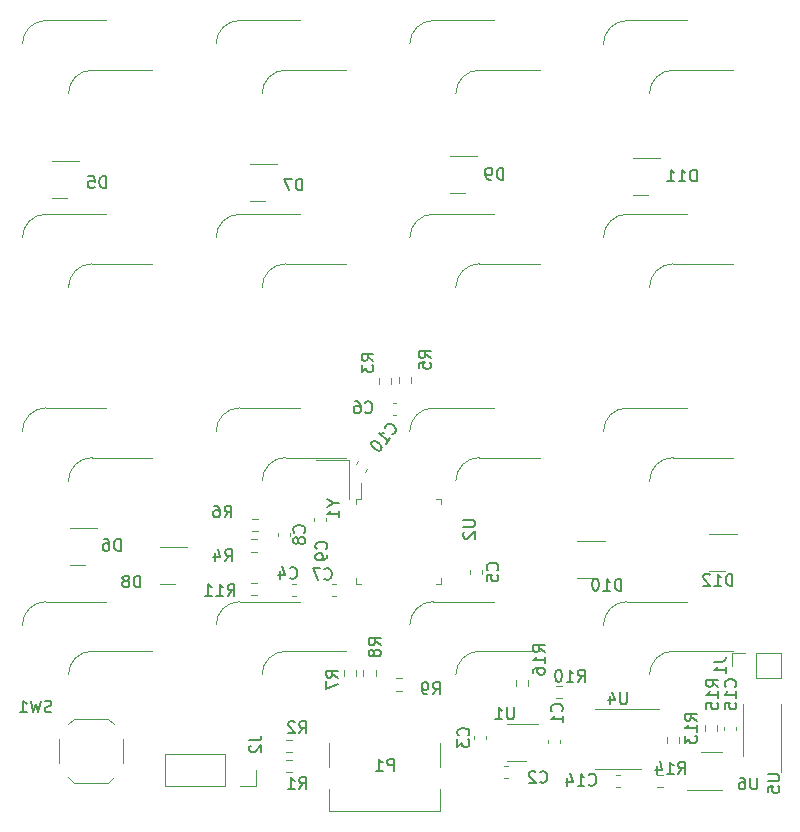
<source format=gbr>
%TF.GenerationSoftware,KiCad,Pcbnew,7.0.8*%
%TF.CreationDate,2023-10-13T15:36:57+03:00*%
%TF.ProjectId,4x4_switch,3478345f-7377-4697-9463-682e6b696361,rev?*%
%TF.SameCoordinates,Original*%
%TF.FileFunction,Legend,Bot*%
%TF.FilePolarity,Positive*%
%FSLAX46Y46*%
G04 Gerber Fmt 4.6, Leading zero omitted, Abs format (unit mm)*
G04 Created by KiCad (PCBNEW 7.0.8) date 2023-10-13 15:36:57*
%MOMM*%
%LPD*%
G01*
G04 APERTURE LIST*
%ADD10C,0.150000*%
%ADD11C,0.120000*%
G04 APERTURE END LIST*
D10*
X176075942Y-75419068D02*
X176409275Y-74942877D01*
X176647370Y-75419068D02*
X176647370Y-74419068D01*
X176647370Y-74419068D02*
X176266418Y-74419068D01*
X176266418Y-74419068D02*
X176171180Y-74466687D01*
X176171180Y-74466687D02*
X176123561Y-74514306D01*
X176123561Y-74514306D02*
X176075942Y-74609544D01*
X176075942Y-74609544D02*
X176075942Y-74752401D01*
X176075942Y-74752401D02*
X176123561Y-74847639D01*
X176123561Y-74847639D02*
X176171180Y-74895258D01*
X176171180Y-74895258D02*
X176266418Y-74942877D01*
X176266418Y-74942877D02*
X176647370Y-74942877D01*
X175123561Y-75419068D02*
X175694989Y-75419068D01*
X175409275Y-75419068D02*
X175409275Y-74419068D01*
X175409275Y-74419068D02*
X175504513Y-74561925D01*
X175504513Y-74561925D02*
X175599751Y-74657163D01*
X175599751Y-74657163D02*
X175694989Y-74704782D01*
X174171180Y-75419068D02*
X174742608Y-75419068D01*
X174456894Y-75419068D02*
X174456894Y-74419068D01*
X174456894Y-74419068D02*
X174552132Y-74561925D01*
X174552132Y-74561925D02*
X174647370Y-74657163D01*
X174647370Y-74657163D02*
X174742608Y-74704782D01*
X161163616Y-85227861D02*
X161020759Y-85275480D01*
X161020759Y-85275480D02*
X160782664Y-85275480D01*
X160782664Y-85275480D02*
X160687426Y-85227861D01*
X160687426Y-85227861D02*
X160639807Y-85180241D01*
X160639807Y-85180241D02*
X160592188Y-85085003D01*
X160592188Y-85085003D02*
X160592188Y-84989765D01*
X160592188Y-84989765D02*
X160639807Y-84894527D01*
X160639807Y-84894527D02*
X160687426Y-84846908D01*
X160687426Y-84846908D02*
X160782664Y-84799289D01*
X160782664Y-84799289D02*
X160973140Y-84751670D01*
X160973140Y-84751670D02*
X161068378Y-84704051D01*
X161068378Y-84704051D02*
X161115997Y-84656432D01*
X161115997Y-84656432D02*
X161163616Y-84561194D01*
X161163616Y-84561194D02*
X161163616Y-84465956D01*
X161163616Y-84465956D02*
X161115997Y-84370718D01*
X161115997Y-84370718D02*
X161068378Y-84323099D01*
X161068378Y-84323099D02*
X160973140Y-84275480D01*
X160973140Y-84275480D02*
X160735045Y-84275480D01*
X160735045Y-84275480D02*
X160592188Y-84323099D01*
X160258854Y-84275480D02*
X160020759Y-85275480D01*
X160020759Y-85275480D02*
X159830283Y-84561194D01*
X159830283Y-84561194D02*
X159639807Y-85275480D01*
X159639807Y-85275480D02*
X159401712Y-84275480D01*
X158496950Y-85275480D02*
X159068378Y-85275480D01*
X158782664Y-85275480D02*
X158782664Y-84275480D01*
X158782664Y-84275480D02*
X158877902Y-84418337D01*
X158877902Y-84418337D02*
X158973140Y-84513575D01*
X158973140Y-84513575D02*
X159068378Y-84561194D01*
X217248441Y-80978693D02*
X217962726Y-80978693D01*
X217962726Y-80978693D02*
X218105583Y-80931074D01*
X218105583Y-80931074D02*
X218200822Y-80835836D01*
X218200822Y-80835836D02*
X218248441Y-80692979D01*
X218248441Y-80692979D02*
X218248441Y-80597741D01*
X218248441Y-81978693D02*
X218248441Y-81407265D01*
X218248441Y-81692979D02*
X217248441Y-81692979D01*
X217248441Y-81692979D02*
X217391298Y-81597741D01*
X217391298Y-81597741D02*
X217486536Y-81502503D01*
X217486536Y-81502503D02*
X217534155Y-81407265D01*
X205727589Y-82677044D02*
X206060922Y-82200853D01*
X206299017Y-82677044D02*
X206299017Y-81677044D01*
X206299017Y-81677044D02*
X205918065Y-81677044D01*
X205918065Y-81677044D02*
X205822827Y-81724663D01*
X205822827Y-81724663D02*
X205775208Y-81772282D01*
X205775208Y-81772282D02*
X205727589Y-81867520D01*
X205727589Y-81867520D02*
X205727589Y-82010377D01*
X205727589Y-82010377D02*
X205775208Y-82105615D01*
X205775208Y-82105615D02*
X205822827Y-82153234D01*
X205822827Y-82153234D02*
X205918065Y-82200853D01*
X205918065Y-82200853D02*
X206299017Y-82200853D01*
X204775208Y-82677044D02*
X205346636Y-82677044D01*
X205060922Y-82677044D02*
X205060922Y-81677044D01*
X205060922Y-81677044D02*
X205156160Y-81819901D01*
X205156160Y-81819901D02*
X205251398Y-81915139D01*
X205251398Y-81915139D02*
X205346636Y-81962758D01*
X204156160Y-81677044D02*
X204060922Y-81677044D01*
X204060922Y-81677044D02*
X203965684Y-81724663D01*
X203965684Y-81724663D02*
X203918065Y-81772282D01*
X203918065Y-81772282D02*
X203870446Y-81867520D01*
X203870446Y-81867520D02*
X203822827Y-82057996D01*
X203822827Y-82057996D02*
X203822827Y-82296091D01*
X203822827Y-82296091D02*
X203870446Y-82486567D01*
X203870446Y-82486567D02*
X203918065Y-82581805D01*
X203918065Y-82581805D02*
X203965684Y-82629425D01*
X203965684Y-82629425D02*
X204060922Y-82677044D01*
X204060922Y-82677044D02*
X204156160Y-82677044D01*
X204156160Y-82677044D02*
X204251398Y-82629425D01*
X204251398Y-82629425D02*
X204299017Y-82581805D01*
X204299017Y-82581805D02*
X204346636Y-82486567D01*
X204346636Y-82486567D02*
X204394255Y-82296091D01*
X204394255Y-82296091D02*
X204394255Y-82057996D01*
X204394255Y-82057996D02*
X204346636Y-81867520D01*
X204346636Y-81867520D02*
X204299017Y-81772282D01*
X204299017Y-81772282D02*
X204251398Y-81724663D01*
X204251398Y-81724663D02*
X204156160Y-81677044D01*
X220916709Y-90800266D02*
X220916709Y-91609789D01*
X220916709Y-91609789D02*
X220869090Y-91705027D01*
X220869090Y-91705027D02*
X220821471Y-91752647D01*
X220821471Y-91752647D02*
X220726233Y-91800266D01*
X220726233Y-91800266D02*
X220535757Y-91800266D01*
X220535757Y-91800266D02*
X220440519Y-91752647D01*
X220440519Y-91752647D02*
X220392900Y-91705027D01*
X220392900Y-91705027D02*
X220345281Y-91609789D01*
X220345281Y-91609789D02*
X220345281Y-90800266D01*
X219440519Y-90800266D02*
X219630995Y-90800266D01*
X219630995Y-90800266D02*
X219726233Y-90847885D01*
X219726233Y-90847885D02*
X219773852Y-90895504D01*
X219773852Y-90895504D02*
X219869090Y-91038361D01*
X219869090Y-91038361D02*
X219916709Y-91228837D01*
X219916709Y-91228837D02*
X219916709Y-91609789D01*
X219916709Y-91609789D02*
X219869090Y-91705027D01*
X219869090Y-91705027D02*
X219821471Y-91752647D01*
X219821471Y-91752647D02*
X219726233Y-91800266D01*
X219726233Y-91800266D02*
X219535757Y-91800266D01*
X219535757Y-91800266D02*
X219440519Y-91752647D01*
X219440519Y-91752647D02*
X219392900Y-91705027D01*
X219392900Y-91705027D02*
X219345281Y-91609789D01*
X219345281Y-91609789D02*
X219345281Y-91371694D01*
X219345281Y-91371694D02*
X219392900Y-91276456D01*
X219392900Y-91276456D02*
X219440519Y-91228837D01*
X219440519Y-91228837D02*
X219535757Y-91181218D01*
X219535757Y-91181218D02*
X219726233Y-91181218D01*
X219726233Y-91181218D02*
X219821471Y-91228837D01*
X219821471Y-91228837D02*
X219869090Y-91276456D01*
X219869090Y-91276456D02*
X219916709Y-91371694D01*
X221793152Y-90533153D02*
X222602675Y-90533153D01*
X222602675Y-90533153D02*
X222697913Y-90580772D01*
X222697913Y-90580772D02*
X222745533Y-90628391D01*
X222745533Y-90628391D02*
X222793152Y-90723629D01*
X222793152Y-90723629D02*
X222793152Y-90914105D01*
X222793152Y-90914105D02*
X222745533Y-91009343D01*
X222745533Y-91009343D02*
X222697913Y-91056962D01*
X222697913Y-91056962D02*
X222602675Y-91104581D01*
X222602675Y-91104581D02*
X221793152Y-91104581D01*
X221793152Y-92056962D02*
X221793152Y-91580772D01*
X221793152Y-91580772D02*
X222269342Y-91533153D01*
X222269342Y-91533153D02*
X222221723Y-91580772D01*
X222221723Y-91580772D02*
X222174104Y-91676010D01*
X222174104Y-91676010D02*
X222174104Y-91914105D01*
X222174104Y-91914105D02*
X222221723Y-92009343D01*
X222221723Y-92009343D02*
X222269342Y-92056962D01*
X222269342Y-92056962D02*
X222364580Y-92104581D01*
X222364580Y-92104581D02*
X222602675Y-92104581D01*
X222602675Y-92104581D02*
X222697913Y-92056962D01*
X222697913Y-92056962D02*
X222745533Y-92009343D01*
X222745533Y-92009343D02*
X222793152Y-91914105D01*
X222793152Y-91914105D02*
X222793152Y-91676010D01*
X222793152Y-91676010D02*
X222745533Y-91580772D01*
X222745533Y-91580772D02*
X222697913Y-91533153D01*
X209894121Y-83590588D02*
X209894121Y-84400111D01*
X209894121Y-84400111D02*
X209846502Y-84495349D01*
X209846502Y-84495349D02*
X209798883Y-84542969D01*
X209798883Y-84542969D02*
X209703645Y-84590588D01*
X209703645Y-84590588D02*
X209513169Y-84590588D01*
X209513169Y-84590588D02*
X209417931Y-84542969D01*
X209417931Y-84542969D02*
X209370312Y-84495349D01*
X209370312Y-84495349D02*
X209322693Y-84400111D01*
X209322693Y-84400111D02*
X209322693Y-83590588D01*
X208417931Y-83923921D02*
X208417931Y-84590588D01*
X208656026Y-83542969D02*
X208894121Y-84257254D01*
X208894121Y-84257254D02*
X208275074Y-84257254D01*
X202927379Y-80171696D02*
X202451188Y-79838363D01*
X202927379Y-79600268D02*
X201927379Y-79600268D01*
X201927379Y-79600268D02*
X201927379Y-79981220D01*
X201927379Y-79981220D02*
X201974998Y-80076458D01*
X201974998Y-80076458D02*
X202022617Y-80124077D01*
X202022617Y-80124077D02*
X202117855Y-80171696D01*
X202117855Y-80171696D02*
X202260712Y-80171696D01*
X202260712Y-80171696D02*
X202355950Y-80124077D01*
X202355950Y-80124077D02*
X202403569Y-80076458D01*
X202403569Y-80076458D02*
X202451188Y-79981220D01*
X202451188Y-79981220D02*
X202451188Y-79600268D01*
X202927379Y-81124077D02*
X202927379Y-80552649D01*
X202927379Y-80838363D02*
X201927379Y-80838363D01*
X201927379Y-80838363D02*
X202070236Y-80743125D01*
X202070236Y-80743125D02*
X202165474Y-80647887D01*
X202165474Y-80647887D02*
X202213093Y-80552649D01*
X201927379Y-81981220D02*
X201927379Y-81790744D01*
X201927379Y-81790744D02*
X201974998Y-81695506D01*
X201974998Y-81695506D02*
X202022617Y-81647887D01*
X202022617Y-81647887D02*
X202165474Y-81552649D01*
X202165474Y-81552649D02*
X202355950Y-81505030D01*
X202355950Y-81505030D02*
X202736902Y-81505030D01*
X202736902Y-81505030D02*
X202832140Y-81552649D01*
X202832140Y-81552649D02*
X202879760Y-81600268D01*
X202879760Y-81600268D02*
X202927379Y-81695506D01*
X202927379Y-81695506D02*
X202927379Y-81885982D01*
X202927379Y-81885982D02*
X202879760Y-81981220D01*
X202879760Y-81981220D02*
X202832140Y-82028839D01*
X202832140Y-82028839D02*
X202736902Y-82076458D01*
X202736902Y-82076458D02*
X202498807Y-82076458D01*
X202498807Y-82076458D02*
X202403569Y-82028839D01*
X202403569Y-82028839D02*
X202355950Y-81981220D01*
X202355950Y-81981220D02*
X202308331Y-81885982D01*
X202308331Y-81885982D02*
X202308331Y-81695506D01*
X202308331Y-81695506D02*
X202355950Y-81600268D01*
X202355950Y-81600268D02*
X202403569Y-81552649D01*
X202403569Y-81552649D02*
X202498807Y-81505030D01*
X217621549Y-83123289D02*
X217145358Y-82789956D01*
X217621549Y-82551861D02*
X216621549Y-82551861D01*
X216621549Y-82551861D02*
X216621549Y-82932813D01*
X216621549Y-82932813D02*
X216669168Y-83028051D01*
X216669168Y-83028051D02*
X216716787Y-83075670D01*
X216716787Y-83075670D02*
X216812025Y-83123289D01*
X216812025Y-83123289D02*
X216954882Y-83123289D01*
X216954882Y-83123289D02*
X217050120Y-83075670D01*
X217050120Y-83075670D02*
X217097739Y-83028051D01*
X217097739Y-83028051D02*
X217145358Y-82932813D01*
X217145358Y-82932813D02*
X217145358Y-82551861D01*
X217621549Y-84075670D02*
X217621549Y-83504242D01*
X217621549Y-83789956D02*
X216621549Y-83789956D01*
X216621549Y-83789956D02*
X216764406Y-83694718D01*
X216764406Y-83694718D02*
X216859644Y-83599480D01*
X216859644Y-83599480D02*
X216907263Y-83504242D01*
X216621549Y-84980432D02*
X216621549Y-84504242D01*
X216621549Y-84504242D02*
X217097739Y-84456623D01*
X217097739Y-84456623D02*
X217050120Y-84504242D01*
X217050120Y-84504242D02*
X217002501Y-84599480D01*
X217002501Y-84599480D02*
X217002501Y-84837575D01*
X217002501Y-84837575D02*
X217050120Y-84932813D01*
X217050120Y-84932813D02*
X217097739Y-84980432D01*
X217097739Y-84980432D02*
X217192977Y-85028051D01*
X217192977Y-85028051D02*
X217431072Y-85028051D01*
X217431072Y-85028051D02*
X217526310Y-84980432D01*
X217526310Y-84980432D02*
X217573930Y-84932813D01*
X217573930Y-84932813D02*
X217621549Y-84837575D01*
X217621549Y-84837575D02*
X217621549Y-84599480D01*
X217621549Y-84599480D02*
X217573930Y-84504242D01*
X217573930Y-84504242D02*
X217526310Y-84456623D01*
X214227797Y-90472925D02*
X214561130Y-89996734D01*
X214799225Y-90472925D02*
X214799225Y-89472925D01*
X214799225Y-89472925D02*
X214418273Y-89472925D01*
X214418273Y-89472925D02*
X214323035Y-89520544D01*
X214323035Y-89520544D02*
X214275416Y-89568163D01*
X214275416Y-89568163D02*
X214227797Y-89663401D01*
X214227797Y-89663401D02*
X214227797Y-89806258D01*
X214227797Y-89806258D02*
X214275416Y-89901496D01*
X214275416Y-89901496D02*
X214323035Y-89949115D01*
X214323035Y-89949115D02*
X214418273Y-89996734D01*
X214418273Y-89996734D02*
X214799225Y-89996734D01*
X213275416Y-90472925D02*
X213846844Y-90472925D01*
X213561130Y-90472925D02*
X213561130Y-89472925D01*
X213561130Y-89472925D02*
X213656368Y-89615782D01*
X213656368Y-89615782D02*
X213751606Y-89711020D01*
X213751606Y-89711020D02*
X213846844Y-89758639D01*
X212418273Y-89806258D02*
X212418273Y-90472925D01*
X212656368Y-89425306D02*
X212894463Y-90139591D01*
X212894463Y-90139591D02*
X212275416Y-90139591D01*
X215787386Y-85975313D02*
X215311195Y-85641980D01*
X215787386Y-85403885D02*
X214787386Y-85403885D01*
X214787386Y-85403885D02*
X214787386Y-85784837D01*
X214787386Y-85784837D02*
X214835005Y-85880075D01*
X214835005Y-85880075D02*
X214882624Y-85927694D01*
X214882624Y-85927694D02*
X214977862Y-85975313D01*
X214977862Y-85975313D02*
X215120719Y-85975313D01*
X215120719Y-85975313D02*
X215215957Y-85927694D01*
X215215957Y-85927694D02*
X215263576Y-85880075D01*
X215263576Y-85880075D02*
X215311195Y-85784837D01*
X215311195Y-85784837D02*
X215311195Y-85403885D01*
X215787386Y-86927694D02*
X215787386Y-86356266D01*
X215787386Y-86641980D02*
X214787386Y-86641980D01*
X214787386Y-86641980D02*
X214930243Y-86546742D01*
X214930243Y-86546742D02*
X215025481Y-86451504D01*
X215025481Y-86451504D02*
X215073100Y-86356266D01*
X214787386Y-87261028D02*
X214787386Y-87880075D01*
X214787386Y-87880075D02*
X215168338Y-87546742D01*
X215168338Y-87546742D02*
X215168338Y-87689599D01*
X215168338Y-87689599D02*
X215215957Y-87784837D01*
X215215957Y-87784837D02*
X215263576Y-87832456D01*
X215263576Y-87832456D02*
X215358814Y-87880075D01*
X215358814Y-87880075D02*
X215596909Y-87880075D01*
X215596909Y-87880075D02*
X215692147Y-87832456D01*
X215692147Y-87832456D02*
X215739767Y-87784837D01*
X215739767Y-87784837D02*
X215787386Y-87689599D01*
X215787386Y-87689599D02*
X215787386Y-87403885D01*
X215787386Y-87403885D02*
X215739767Y-87308647D01*
X215739767Y-87308647D02*
X215692147Y-87261028D01*
X219068217Y-83113211D02*
X219115837Y-83065592D01*
X219115837Y-83065592D02*
X219163456Y-82922735D01*
X219163456Y-82922735D02*
X219163456Y-82827497D01*
X219163456Y-82827497D02*
X219115837Y-82684640D01*
X219115837Y-82684640D02*
X219020598Y-82589402D01*
X219020598Y-82589402D02*
X218925360Y-82541783D01*
X218925360Y-82541783D02*
X218734884Y-82494164D01*
X218734884Y-82494164D02*
X218592027Y-82494164D01*
X218592027Y-82494164D02*
X218401551Y-82541783D01*
X218401551Y-82541783D02*
X218306313Y-82589402D01*
X218306313Y-82589402D02*
X218211075Y-82684640D01*
X218211075Y-82684640D02*
X218163456Y-82827497D01*
X218163456Y-82827497D02*
X218163456Y-82922735D01*
X218163456Y-82922735D02*
X218211075Y-83065592D01*
X218211075Y-83065592D02*
X218258694Y-83113211D01*
X219163456Y-84065592D02*
X219163456Y-83494164D01*
X219163456Y-83779878D02*
X218163456Y-83779878D01*
X218163456Y-83779878D02*
X218306313Y-83684640D01*
X218306313Y-83684640D02*
X218401551Y-83589402D01*
X218401551Y-83589402D02*
X218449170Y-83494164D01*
X218163456Y-84970354D02*
X218163456Y-84494164D01*
X218163456Y-84494164D02*
X218639646Y-84446545D01*
X218639646Y-84446545D02*
X218592027Y-84494164D01*
X218592027Y-84494164D02*
X218544408Y-84589402D01*
X218544408Y-84589402D02*
X218544408Y-84827497D01*
X218544408Y-84827497D02*
X218592027Y-84922735D01*
X218592027Y-84922735D02*
X218639646Y-84970354D01*
X218639646Y-84970354D02*
X218734884Y-85017973D01*
X218734884Y-85017973D02*
X218972979Y-85017973D01*
X218972979Y-85017973D02*
X219068217Y-84970354D01*
X219068217Y-84970354D02*
X219115837Y-84922735D01*
X219115837Y-84922735D02*
X219163456Y-84827497D01*
X219163456Y-84827497D02*
X219163456Y-84589402D01*
X219163456Y-84589402D02*
X219115837Y-84494164D01*
X219115837Y-84494164D02*
X219068217Y-84446545D01*
X206661961Y-91382537D02*
X206709580Y-91430157D01*
X206709580Y-91430157D02*
X206852437Y-91477776D01*
X206852437Y-91477776D02*
X206947675Y-91477776D01*
X206947675Y-91477776D02*
X207090532Y-91430157D01*
X207090532Y-91430157D02*
X207185770Y-91334918D01*
X207185770Y-91334918D02*
X207233389Y-91239680D01*
X207233389Y-91239680D02*
X207281008Y-91049204D01*
X207281008Y-91049204D02*
X207281008Y-90906347D01*
X207281008Y-90906347D02*
X207233389Y-90715871D01*
X207233389Y-90715871D02*
X207185770Y-90620633D01*
X207185770Y-90620633D02*
X207090532Y-90525395D01*
X207090532Y-90525395D02*
X206947675Y-90477776D01*
X206947675Y-90477776D02*
X206852437Y-90477776D01*
X206852437Y-90477776D02*
X206709580Y-90525395D01*
X206709580Y-90525395D02*
X206661961Y-90573014D01*
X205709580Y-91477776D02*
X206281008Y-91477776D01*
X205995294Y-91477776D02*
X205995294Y-90477776D01*
X205995294Y-90477776D02*
X206090532Y-90620633D01*
X206090532Y-90620633D02*
X206185770Y-90715871D01*
X206185770Y-90715871D02*
X206281008Y-90763490D01*
X204852437Y-90811109D02*
X204852437Y-91477776D01*
X205090532Y-90430157D02*
X205328627Y-91144442D01*
X205328627Y-91144442D02*
X204709580Y-91144442D01*
X193451146Y-83735647D02*
X193784479Y-83259456D01*
X194022574Y-83735647D02*
X194022574Y-82735647D01*
X194022574Y-82735647D02*
X193641622Y-82735647D01*
X193641622Y-82735647D02*
X193546384Y-82783266D01*
X193546384Y-82783266D02*
X193498765Y-82830885D01*
X193498765Y-82830885D02*
X193451146Y-82926123D01*
X193451146Y-82926123D02*
X193451146Y-83068980D01*
X193451146Y-83068980D02*
X193498765Y-83164218D01*
X193498765Y-83164218D02*
X193546384Y-83211837D01*
X193546384Y-83211837D02*
X193641622Y-83259456D01*
X193641622Y-83259456D02*
X194022574Y-83259456D01*
X192974955Y-83735647D02*
X192784479Y-83735647D01*
X192784479Y-83735647D02*
X192689241Y-83688028D01*
X192689241Y-83688028D02*
X192641622Y-83640408D01*
X192641622Y-83640408D02*
X192546384Y-83497551D01*
X192546384Y-83497551D02*
X192498765Y-83307075D01*
X192498765Y-83307075D02*
X192498765Y-82926123D01*
X192498765Y-82926123D02*
X192546384Y-82830885D01*
X192546384Y-82830885D02*
X192594003Y-82783266D01*
X192594003Y-82783266D02*
X192689241Y-82735647D01*
X192689241Y-82735647D02*
X192879717Y-82735647D01*
X192879717Y-82735647D02*
X192974955Y-82783266D01*
X192974955Y-82783266D02*
X193022574Y-82830885D01*
X193022574Y-82830885D02*
X193070193Y-82926123D01*
X193070193Y-82926123D02*
X193070193Y-83164218D01*
X193070193Y-83164218D02*
X193022574Y-83259456D01*
X193022574Y-83259456D02*
X192974955Y-83307075D01*
X192974955Y-83307075D02*
X192879717Y-83354694D01*
X192879717Y-83354694D02*
X192689241Y-83354694D01*
X192689241Y-83354694D02*
X192594003Y-83307075D01*
X192594003Y-83307075D02*
X192546384Y-83259456D01*
X192546384Y-83259456D02*
X192498765Y-83164218D01*
X177930022Y-87659665D02*
X178644307Y-87659665D01*
X178644307Y-87659665D02*
X178787164Y-87612046D01*
X178787164Y-87612046D02*
X178882403Y-87516808D01*
X178882403Y-87516808D02*
X178930022Y-87373951D01*
X178930022Y-87373951D02*
X178930022Y-87278713D01*
X178025260Y-88088237D02*
X177977641Y-88135856D01*
X177977641Y-88135856D02*
X177930022Y-88231094D01*
X177930022Y-88231094D02*
X177930022Y-88469189D01*
X177930022Y-88469189D02*
X177977641Y-88564427D01*
X177977641Y-88564427D02*
X178025260Y-88612046D01*
X178025260Y-88612046D02*
X178120498Y-88659665D01*
X178120498Y-88659665D02*
X178215736Y-88659665D01*
X178215736Y-88659665D02*
X178358593Y-88612046D01*
X178358593Y-88612046D02*
X178930022Y-88040618D01*
X178930022Y-88040618D02*
X178930022Y-88659665D01*
X189035403Y-79588118D02*
X188559212Y-79254785D01*
X189035403Y-79016690D02*
X188035403Y-79016690D01*
X188035403Y-79016690D02*
X188035403Y-79397642D01*
X188035403Y-79397642D02*
X188083022Y-79492880D01*
X188083022Y-79492880D02*
X188130641Y-79540499D01*
X188130641Y-79540499D02*
X188225879Y-79588118D01*
X188225879Y-79588118D02*
X188368736Y-79588118D01*
X188368736Y-79588118D02*
X188463974Y-79540499D01*
X188463974Y-79540499D02*
X188511593Y-79492880D01*
X188511593Y-79492880D02*
X188559212Y-79397642D01*
X188559212Y-79397642D02*
X188559212Y-79016690D01*
X188463974Y-80159547D02*
X188416355Y-80064309D01*
X188416355Y-80064309D02*
X188368736Y-80016690D01*
X188368736Y-80016690D02*
X188273498Y-79969071D01*
X188273498Y-79969071D02*
X188225879Y-79969071D01*
X188225879Y-79969071D02*
X188130641Y-80016690D01*
X188130641Y-80016690D02*
X188083022Y-80064309D01*
X188083022Y-80064309D02*
X188035403Y-80159547D01*
X188035403Y-80159547D02*
X188035403Y-80350023D01*
X188035403Y-80350023D02*
X188083022Y-80445261D01*
X188083022Y-80445261D02*
X188130641Y-80492880D01*
X188130641Y-80492880D02*
X188225879Y-80540499D01*
X188225879Y-80540499D02*
X188273498Y-80540499D01*
X188273498Y-80540499D02*
X188368736Y-80492880D01*
X188368736Y-80492880D02*
X188416355Y-80445261D01*
X188416355Y-80445261D02*
X188463974Y-80350023D01*
X188463974Y-80350023D02*
X188463974Y-80159547D01*
X188463974Y-80159547D02*
X188511593Y-80064309D01*
X188511593Y-80064309D02*
X188559212Y-80016690D01*
X188559212Y-80016690D02*
X188654450Y-79969071D01*
X188654450Y-79969071D02*
X188844926Y-79969071D01*
X188844926Y-79969071D02*
X188940164Y-80016690D01*
X188940164Y-80016690D02*
X188987784Y-80064309D01*
X188987784Y-80064309D02*
X189035403Y-80159547D01*
X189035403Y-80159547D02*
X189035403Y-80350023D01*
X189035403Y-80350023D02*
X188987784Y-80445261D01*
X188987784Y-80445261D02*
X188940164Y-80492880D01*
X188940164Y-80492880D02*
X188844926Y-80540499D01*
X188844926Y-80540499D02*
X188654450Y-80540499D01*
X188654450Y-80540499D02*
X188559212Y-80492880D01*
X188559212Y-80492880D02*
X188511593Y-80445261D01*
X188511593Y-80445261D02*
X188463974Y-80350023D01*
X185427542Y-82329286D02*
X184951351Y-81995953D01*
X185427542Y-81757858D02*
X184427542Y-81757858D01*
X184427542Y-81757858D02*
X184427542Y-82138810D01*
X184427542Y-82138810D02*
X184475161Y-82234048D01*
X184475161Y-82234048D02*
X184522780Y-82281667D01*
X184522780Y-82281667D02*
X184618018Y-82329286D01*
X184618018Y-82329286D02*
X184760875Y-82329286D01*
X184760875Y-82329286D02*
X184856113Y-82281667D01*
X184856113Y-82281667D02*
X184903732Y-82234048D01*
X184903732Y-82234048D02*
X184951351Y-82138810D01*
X184951351Y-82138810D02*
X184951351Y-81757858D01*
X184427542Y-82662620D02*
X184427542Y-83329286D01*
X184427542Y-83329286D02*
X185427542Y-82900715D01*
X182142179Y-87037245D02*
X182475512Y-86561054D01*
X182713607Y-87037245D02*
X182713607Y-86037245D01*
X182713607Y-86037245D02*
X182332655Y-86037245D01*
X182332655Y-86037245D02*
X182237417Y-86084864D01*
X182237417Y-86084864D02*
X182189798Y-86132483D01*
X182189798Y-86132483D02*
X182142179Y-86227721D01*
X182142179Y-86227721D02*
X182142179Y-86370578D01*
X182142179Y-86370578D02*
X182189798Y-86465816D01*
X182189798Y-86465816D02*
X182237417Y-86513435D01*
X182237417Y-86513435D02*
X182332655Y-86561054D01*
X182332655Y-86561054D02*
X182713607Y-86561054D01*
X181761226Y-86132483D02*
X181713607Y-86084864D01*
X181713607Y-86084864D02*
X181618369Y-86037245D01*
X181618369Y-86037245D02*
X181380274Y-86037245D01*
X181380274Y-86037245D02*
X181285036Y-86084864D01*
X181285036Y-86084864D02*
X181237417Y-86132483D01*
X181237417Y-86132483D02*
X181189798Y-86227721D01*
X181189798Y-86227721D02*
X181189798Y-86322959D01*
X181189798Y-86322959D02*
X181237417Y-86465816D01*
X181237417Y-86465816D02*
X181808845Y-87037245D01*
X181808845Y-87037245D02*
X181189798Y-87037245D01*
X182124764Y-91773983D02*
X182458097Y-91297792D01*
X182696192Y-91773983D02*
X182696192Y-90773983D01*
X182696192Y-90773983D02*
X182315240Y-90773983D01*
X182315240Y-90773983D02*
X182220002Y-90821602D01*
X182220002Y-90821602D02*
X182172383Y-90869221D01*
X182172383Y-90869221D02*
X182124764Y-90964459D01*
X182124764Y-90964459D02*
X182124764Y-91107316D01*
X182124764Y-91107316D02*
X182172383Y-91202554D01*
X182172383Y-91202554D02*
X182220002Y-91250173D01*
X182220002Y-91250173D02*
X182315240Y-91297792D01*
X182315240Y-91297792D02*
X182696192Y-91297792D01*
X181172383Y-91773983D02*
X181743811Y-91773983D01*
X181458097Y-91773983D02*
X181458097Y-90773983D01*
X181458097Y-90773983D02*
X181553335Y-90916840D01*
X181553335Y-90916840D02*
X181648573Y-91012078D01*
X181648573Y-91012078D02*
X181743811Y-91059697D01*
X185047697Y-67572084D02*
X185523888Y-67572084D01*
X184523888Y-67238751D02*
X185047697Y-67572084D01*
X185047697Y-67572084D02*
X184523888Y-67905417D01*
X185523888Y-68762560D02*
X185523888Y-68191132D01*
X185523888Y-68476846D02*
X184523888Y-68476846D01*
X184523888Y-68476846D02*
X184666745Y-68381608D01*
X184666745Y-68381608D02*
X184761983Y-68286370D01*
X184761983Y-68286370D02*
X184809602Y-68191132D01*
X190022001Y-61730104D02*
X190089088Y-61724234D01*
X190089088Y-61724234D02*
X190217393Y-61645408D01*
X190217393Y-61645408D02*
X190278611Y-61572452D01*
X190278611Y-61572452D02*
X190333960Y-61432408D01*
X190333960Y-61432408D02*
X190322221Y-61298233D01*
X190322221Y-61298233D02*
X190279873Y-61200537D01*
X190279873Y-61200537D02*
X190164569Y-61041623D01*
X190164569Y-61041623D02*
X190055134Y-60949796D01*
X190055134Y-60949796D02*
X189878612Y-60863839D01*
X189878612Y-60863839D02*
X189775046Y-60839099D01*
X189775046Y-60839099D02*
X189640872Y-60850838D01*
X189640872Y-60850838D02*
X189512567Y-60929664D01*
X189512567Y-60929664D02*
X189451349Y-61002621D01*
X189451349Y-61002621D02*
X189396001Y-61142664D01*
X189396001Y-61142664D02*
X189401870Y-61209752D01*
X189482779Y-62520888D02*
X189850086Y-62083148D01*
X189666433Y-62302018D02*
X188900388Y-61659230D01*
X188900388Y-61659230D02*
X189071041Y-61678100D01*
X189071041Y-61678100D02*
X189205215Y-61666361D01*
X189205215Y-61666361D02*
X189302912Y-61624014D01*
X188318818Y-62352318D02*
X188257601Y-62425275D01*
X188257601Y-62425275D02*
X188232861Y-62528840D01*
X188232861Y-62528840D02*
X188238730Y-62595927D01*
X188238730Y-62595927D02*
X188281078Y-62693623D01*
X188281078Y-62693623D02*
X188396382Y-62852538D01*
X188396382Y-62852538D02*
X188578774Y-63005582D01*
X188578774Y-63005582D02*
X188755296Y-63091540D01*
X188755296Y-63091540D02*
X188858862Y-63116279D01*
X188858862Y-63116279D02*
X188925949Y-63110410D01*
X188925949Y-63110410D02*
X189023645Y-63068062D01*
X189023645Y-63068062D02*
X189084863Y-62995106D01*
X189084863Y-62995106D02*
X189109602Y-62891540D01*
X189109602Y-62891540D02*
X189103733Y-62824453D01*
X189103733Y-62824453D02*
X189061385Y-62726757D01*
X189061385Y-62726757D02*
X188946081Y-62567843D01*
X188946081Y-62567843D02*
X188763690Y-62414798D01*
X188763690Y-62414798D02*
X188587167Y-62328840D01*
X188587167Y-62328840D02*
X188483602Y-62304101D01*
X188483602Y-62304101D02*
X188416515Y-62309970D01*
X188416515Y-62309970D02*
X188318818Y-62352318D01*
X184422316Y-71439490D02*
X184469936Y-71391871D01*
X184469936Y-71391871D02*
X184517555Y-71249014D01*
X184517555Y-71249014D02*
X184517555Y-71153776D01*
X184517555Y-71153776D02*
X184469936Y-71010919D01*
X184469936Y-71010919D02*
X184374697Y-70915681D01*
X184374697Y-70915681D02*
X184279459Y-70868062D01*
X184279459Y-70868062D02*
X184088983Y-70820443D01*
X184088983Y-70820443D02*
X183946126Y-70820443D01*
X183946126Y-70820443D02*
X183755650Y-70868062D01*
X183755650Y-70868062D02*
X183660412Y-70915681D01*
X183660412Y-70915681D02*
X183565174Y-71010919D01*
X183565174Y-71010919D02*
X183517555Y-71153776D01*
X183517555Y-71153776D02*
X183517555Y-71249014D01*
X183517555Y-71249014D02*
X183565174Y-71391871D01*
X183565174Y-71391871D02*
X183612793Y-71439490D01*
X184517555Y-71915681D02*
X184517555Y-72106157D01*
X184517555Y-72106157D02*
X184469936Y-72201395D01*
X184469936Y-72201395D02*
X184422316Y-72249014D01*
X184422316Y-72249014D02*
X184279459Y-72344252D01*
X184279459Y-72344252D02*
X184088983Y-72391871D01*
X184088983Y-72391871D02*
X183708031Y-72391871D01*
X183708031Y-72391871D02*
X183612793Y-72344252D01*
X183612793Y-72344252D02*
X183565174Y-72296633D01*
X183565174Y-72296633D02*
X183517555Y-72201395D01*
X183517555Y-72201395D02*
X183517555Y-72010919D01*
X183517555Y-72010919D02*
X183565174Y-71915681D01*
X183565174Y-71915681D02*
X183612793Y-71868062D01*
X183612793Y-71868062D02*
X183708031Y-71820443D01*
X183708031Y-71820443D02*
X183946126Y-71820443D01*
X183946126Y-71820443D02*
X184041364Y-71868062D01*
X184041364Y-71868062D02*
X184088983Y-71915681D01*
X184088983Y-71915681D02*
X184136602Y-72010919D01*
X184136602Y-72010919D02*
X184136602Y-72201395D01*
X184136602Y-72201395D02*
X184088983Y-72296633D01*
X184088983Y-72296633D02*
X184041364Y-72344252D01*
X184041364Y-72344252D02*
X183946126Y-72391871D01*
X209419888Y-74968805D02*
X209419888Y-73968805D01*
X209419888Y-73968805D02*
X209181793Y-73968805D01*
X209181793Y-73968805D02*
X209038936Y-74016424D01*
X209038936Y-74016424D02*
X208943698Y-74111662D01*
X208943698Y-74111662D02*
X208896079Y-74206900D01*
X208896079Y-74206900D02*
X208848460Y-74397376D01*
X208848460Y-74397376D02*
X208848460Y-74540233D01*
X208848460Y-74540233D02*
X208896079Y-74730709D01*
X208896079Y-74730709D02*
X208943698Y-74825947D01*
X208943698Y-74825947D02*
X209038936Y-74921186D01*
X209038936Y-74921186D02*
X209181793Y-74968805D01*
X209181793Y-74968805D02*
X209419888Y-74968805D01*
X207896079Y-74968805D02*
X208467507Y-74968805D01*
X208181793Y-74968805D02*
X208181793Y-73968805D01*
X208181793Y-73968805D02*
X208277031Y-74111662D01*
X208277031Y-74111662D02*
X208372269Y-74206900D01*
X208372269Y-74206900D02*
X208467507Y-74254519D01*
X207277031Y-73968805D02*
X207181793Y-73968805D01*
X207181793Y-73968805D02*
X207086555Y-74016424D01*
X207086555Y-74016424D02*
X207038936Y-74064043D01*
X207038936Y-74064043D02*
X206991317Y-74159281D01*
X206991317Y-74159281D02*
X206943698Y-74349757D01*
X206943698Y-74349757D02*
X206943698Y-74587852D01*
X206943698Y-74587852D02*
X206991317Y-74778328D01*
X206991317Y-74778328D02*
X207038936Y-74873566D01*
X207038936Y-74873566D02*
X207086555Y-74921186D01*
X207086555Y-74921186D02*
X207181793Y-74968805D01*
X207181793Y-74968805D02*
X207277031Y-74968805D01*
X207277031Y-74968805D02*
X207372269Y-74921186D01*
X207372269Y-74921186D02*
X207419888Y-74873566D01*
X207419888Y-74873566D02*
X207467507Y-74778328D01*
X207467507Y-74778328D02*
X207515126Y-74587852D01*
X207515126Y-74587852D02*
X207515126Y-74349757D01*
X207515126Y-74349757D02*
X207467507Y-74159281D01*
X207467507Y-74159281D02*
X207419888Y-74064043D01*
X207419888Y-74064043D02*
X207372269Y-74016424D01*
X207372269Y-74016424D02*
X207277031Y-73968805D01*
X187717678Y-59854723D02*
X187765297Y-59902343D01*
X187765297Y-59902343D02*
X187908154Y-59949962D01*
X187908154Y-59949962D02*
X188003392Y-59949962D01*
X188003392Y-59949962D02*
X188146249Y-59902343D01*
X188146249Y-59902343D02*
X188241487Y-59807104D01*
X188241487Y-59807104D02*
X188289106Y-59711866D01*
X188289106Y-59711866D02*
X188336725Y-59521390D01*
X188336725Y-59521390D02*
X188336725Y-59378533D01*
X188336725Y-59378533D02*
X188289106Y-59188057D01*
X188289106Y-59188057D02*
X188241487Y-59092819D01*
X188241487Y-59092819D02*
X188146249Y-58997581D01*
X188146249Y-58997581D02*
X188003392Y-58949962D01*
X188003392Y-58949962D02*
X187908154Y-58949962D01*
X187908154Y-58949962D02*
X187765297Y-58997581D01*
X187765297Y-58997581D02*
X187717678Y-59045200D01*
X186860535Y-58949962D02*
X187051011Y-58949962D01*
X187051011Y-58949962D02*
X187146249Y-58997581D01*
X187146249Y-58997581D02*
X187193868Y-59045200D01*
X187193868Y-59045200D02*
X187289106Y-59188057D01*
X187289106Y-59188057D02*
X187336725Y-59378533D01*
X187336725Y-59378533D02*
X187336725Y-59759485D01*
X187336725Y-59759485D02*
X187289106Y-59854723D01*
X187289106Y-59854723D02*
X187241487Y-59902343D01*
X187241487Y-59902343D02*
X187146249Y-59949962D01*
X187146249Y-59949962D02*
X186955773Y-59949962D01*
X186955773Y-59949962D02*
X186860535Y-59902343D01*
X186860535Y-59902343D02*
X186812916Y-59854723D01*
X186812916Y-59854723D02*
X186765297Y-59759485D01*
X186765297Y-59759485D02*
X186765297Y-59521390D01*
X186765297Y-59521390D02*
X186812916Y-59426152D01*
X186812916Y-59426152D02*
X186860535Y-59378533D01*
X186860535Y-59378533D02*
X186955773Y-59330914D01*
X186955773Y-59330914D02*
X187146249Y-59330914D01*
X187146249Y-59330914D02*
X187241487Y-59378533D01*
X187241487Y-59378533D02*
X187289106Y-59426152D01*
X187289106Y-59426152D02*
X187336725Y-59521390D01*
X199433958Y-40176673D02*
X199433958Y-39176673D01*
X199433958Y-39176673D02*
X199195863Y-39176673D01*
X199195863Y-39176673D02*
X199053006Y-39224292D01*
X199053006Y-39224292D02*
X198957768Y-39319530D01*
X198957768Y-39319530D02*
X198910149Y-39414768D01*
X198910149Y-39414768D02*
X198862530Y-39605244D01*
X198862530Y-39605244D02*
X198862530Y-39748101D01*
X198862530Y-39748101D02*
X198910149Y-39938577D01*
X198910149Y-39938577D02*
X198957768Y-40033815D01*
X198957768Y-40033815D02*
X199053006Y-40129054D01*
X199053006Y-40129054D02*
X199195863Y-40176673D01*
X199195863Y-40176673D02*
X199433958Y-40176673D01*
X198386339Y-40176673D02*
X198195863Y-40176673D01*
X198195863Y-40176673D02*
X198100625Y-40129054D01*
X198100625Y-40129054D02*
X198053006Y-40081434D01*
X198053006Y-40081434D02*
X197957768Y-39938577D01*
X197957768Y-39938577D02*
X197910149Y-39748101D01*
X197910149Y-39748101D02*
X197910149Y-39367149D01*
X197910149Y-39367149D02*
X197957768Y-39271911D01*
X197957768Y-39271911D02*
X198005387Y-39224292D01*
X198005387Y-39224292D02*
X198100625Y-39176673D01*
X198100625Y-39176673D02*
X198291101Y-39176673D01*
X198291101Y-39176673D02*
X198386339Y-39224292D01*
X198386339Y-39224292D02*
X198433958Y-39271911D01*
X198433958Y-39271911D02*
X198481577Y-39367149D01*
X198481577Y-39367149D02*
X198481577Y-39605244D01*
X198481577Y-39605244D02*
X198433958Y-39700482D01*
X198433958Y-39700482D02*
X198386339Y-39748101D01*
X198386339Y-39748101D02*
X198291101Y-39795720D01*
X198291101Y-39795720D02*
X198100625Y-39795720D01*
X198100625Y-39795720D02*
X198005387Y-39748101D01*
X198005387Y-39748101D02*
X197957768Y-39700482D01*
X197957768Y-39700482D02*
X197910149Y-39605244D01*
X182541164Y-70052137D02*
X182588784Y-70004518D01*
X182588784Y-70004518D02*
X182636403Y-69861661D01*
X182636403Y-69861661D02*
X182636403Y-69766423D01*
X182636403Y-69766423D02*
X182588784Y-69623566D01*
X182588784Y-69623566D02*
X182493545Y-69528328D01*
X182493545Y-69528328D02*
X182398307Y-69480709D01*
X182398307Y-69480709D02*
X182207831Y-69433090D01*
X182207831Y-69433090D02*
X182064974Y-69433090D01*
X182064974Y-69433090D02*
X181874498Y-69480709D01*
X181874498Y-69480709D02*
X181779260Y-69528328D01*
X181779260Y-69528328D02*
X181684022Y-69623566D01*
X181684022Y-69623566D02*
X181636403Y-69766423D01*
X181636403Y-69766423D02*
X181636403Y-69861661D01*
X181636403Y-69861661D02*
X181684022Y-70004518D01*
X181684022Y-70004518D02*
X181731641Y-70052137D01*
X182064974Y-70623566D02*
X182017355Y-70528328D01*
X182017355Y-70528328D02*
X181969736Y-70480709D01*
X181969736Y-70480709D02*
X181874498Y-70433090D01*
X181874498Y-70433090D02*
X181826879Y-70433090D01*
X181826879Y-70433090D02*
X181731641Y-70480709D01*
X181731641Y-70480709D02*
X181684022Y-70528328D01*
X181684022Y-70528328D02*
X181636403Y-70623566D01*
X181636403Y-70623566D02*
X181636403Y-70814042D01*
X181636403Y-70814042D02*
X181684022Y-70909280D01*
X181684022Y-70909280D02*
X181731641Y-70956899D01*
X181731641Y-70956899D02*
X181826879Y-71004518D01*
X181826879Y-71004518D02*
X181874498Y-71004518D01*
X181874498Y-71004518D02*
X181969736Y-70956899D01*
X181969736Y-70956899D02*
X182017355Y-70909280D01*
X182017355Y-70909280D02*
X182064974Y-70814042D01*
X182064974Y-70814042D02*
X182064974Y-70623566D01*
X182064974Y-70623566D02*
X182112593Y-70528328D01*
X182112593Y-70528328D02*
X182160212Y-70480709D01*
X182160212Y-70480709D02*
X182255450Y-70433090D01*
X182255450Y-70433090D02*
X182445926Y-70433090D01*
X182445926Y-70433090D02*
X182541164Y-70480709D01*
X182541164Y-70480709D02*
X182588784Y-70528328D01*
X182588784Y-70528328D02*
X182636403Y-70623566D01*
X182636403Y-70623566D02*
X182636403Y-70814042D01*
X182636403Y-70814042D02*
X182588784Y-70909280D01*
X182588784Y-70909280D02*
X182541164Y-70956899D01*
X182541164Y-70956899D02*
X182445926Y-71004518D01*
X182445926Y-71004518D02*
X182255450Y-71004518D01*
X182255450Y-71004518D02*
X182160212Y-70956899D01*
X182160212Y-70956899D02*
X182112593Y-70909280D01*
X182112593Y-70909280D02*
X182064974Y-70814042D01*
X198918609Y-73236144D02*
X198966229Y-73188525D01*
X198966229Y-73188525D02*
X199013848Y-73045668D01*
X199013848Y-73045668D02*
X199013848Y-72950430D01*
X199013848Y-72950430D02*
X198966229Y-72807573D01*
X198966229Y-72807573D02*
X198870990Y-72712335D01*
X198870990Y-72712335D02*
X198775752Y-72664716D01*
X198775752Y-72664716D02*
X198585276Y-72617097D01*
X198585276Y-72617097D02*
X198442419Y-72617097D01*
X198442419Y-72617097D02*
X198251943Y-72664716D01*
X198251943Y-72664716D02*
X198156705Y-72712335D01*
X198156705Y-72712335D02*
X198061467Y-72807573D01*
X198061467Y-72807573D02*
X198013848Y-72950430D01*
X198013848Y-72950430D02*
X198013848Y-73045668D01*
X198013848Y-73045668D02*
X198061467Y-73188525D01*
X198061467Y-73188525D02*
X198109086Y-73236144D01*
X198013848Y-74140906D02*
X198013848Y-73664716D01*
X198013848Y-73664716D02*
X198490038Y-73617097D01*
X198490038Y-73617097D02*
X198442419Y-73664716D01*
X198442419Y-73664716D02*
X198394800Y-73759954D01*
X198394800Y-73759954D02*
X198394800Y-73998049D01*
X198394800Y-73998049D02*
X198442419Y-74093287D01*
X198442419Y-74093287D02*
X198490038Y-74140906D01*
X198490038Y-74140906D02*
X198585276Y-74188525D01*
X198585276Y-74188525D02*
X198823371Y-74188525D01*
X198823371Y-74188525D02*
X198918609Y-74140906D01*
X198918609Y-74140906D02*
X198966229Y-74093287D01*
X198966229Y-74093287D02*
X199013848Y-73998049D01*
X199013848Y-73998049D02*
X199013848Y-73759954D01*
X199013848Y-73759954D02*
X198966229Y-73664716D01*
X198966229Y-73664716D02*
X198918609Y-73617097D01*
X181340050Y-73873011D02*
X181387669Y-73920631D01*
X181387669Y-73920631D02*
X181530526Y-73968250D01*
X181530526Y-73968250D02*
X181625764Y-73968250D01*
X181625764Y-73968250D02*
X181768621Y-73920631D01*
X181768621Y-73920631D02*
X181863859Y-73825392D01*
X181863859Y-73825392D02*
X181911478Y-73730154D01*
X181911478Y-73730154D02*
X181959097Y-73539678D01*
X181959097Y-73539678D02*
X181959097Y-73396821D01*
X181959097Y-73396821D02*
X181911478Y-73206345D01*
X181911478Y-73206345D02*
X181863859Y-73111107D01*
X181863859Y-73111107D02*
X181768621Y-73015869D01*
X181768621Y-73015869D02*
X181625764Y-72968250D01*
X181625764Y-72968250D02*
X181530526Y-72968250D01*
X181530526Y-72968250D02*
X181387669Y-73015869D01*
X181387669Y-73015869D02*
X181340050Y-73063488D01*
X180482907Y-73301583D02*
X180482907Y-73968250D01*
X180721002Y-72920631D02*
X180959097Y-73634916D01*
X180959097Y-73634916D02*
X180340050Y-73634916D01*
X167011734Y-71587883D02*
X167011734Y-70587883D01*
X167011734Y-70587883D02*
X166773639Y-70587883D01*
X166773639Y-70587883D02*
X166630782Y-70635502D01*
X166630782Y-70635502D02*
X166535544Y-70730740D01*
X166535544Y-70730740D02*
X166487925Y-70825978D01*
X166487925Y-70825978D02*
X166440306Y-71016454D01*
X166440306Y-71016454D02*
X166440306Y-71159311D01*
X166440306Y-71159311D02*
X166487925Y-71349787D01*
X166487925Y-71349787D02*
X166535544Y-71445025D01*
X166535544Y-71445025D02*
X166630782Y-71540264D01*
X166630782Y-71540264D02*
X166773639Y-71587883D01*
X166773639Y-71587883D02*
X167011734Y-71587883D01*
X165583163Y-70587883D02*
X165773639Y-70587883D01*
X165773639Y-70587883D02*
X165868877Y-70635502D01*
X165868877Y-70635502D02*
X165916496Y-70683121D01*
X165916496Y-70683121D02*
X166011734Y-70825978D01*
X166011734Y-70825978D02*
X166059353Y-71016454D01*
X166059353Y-71016454D02*
X166059353Y-71397406D01*
X166059353Y-71397406D02*
X166011734Y-71492644D01*
X166011734Y-71492644D02*
X165964115Y-71540264D01*
X165964115Y-71540264D02*
X165868877Y-71587883D01*
X165868877Y-71587883D02*
X165678401Y-71587883D01*
X165678401Y-71587883D02*
X165583163Y-71540264D01*
X165583163Y-71540264D02*
X165535544Y-71492644D01*
X165535544Y-71492644D02*
X165487925Y-71397406D01*
X165487925Y-71397406D02*
X165487925Y-71159311D01*
X165487925Y-71159311D02*
X165535544Y-71064073D01*
X165535544Y-71064073D02*
X165583163Y-71016454D01*
X165583163Y-71016454D02*
X165678401Y-70968835D01*
X165678401Y-70968835D02*
X165868877Y-70968835D01*
X165868877Y-70968835D02*
X165964115Y-71016454D01*
X165964115Y-71016454D02*
X166011734Y-71064073D01*
X166011734Y-71064073D02*
X166059353Y-71159311D01*
X190145530Y-90236088D02*
X190145530Y-89236088D01*
X190145530Y-89236088D02*
X189764578Y-89236088D01*
X189764578Y-89236088D02*
X189669340Y-89283707D01*
X189669340Y-89283707D02*
X189621721Y-89331326D01*
X189621721Y-89331326D02*
X189574102Y-89426564D01*
X189574102Y-89426564D02*
X189574102Y-89569421D01*
X189574102Y-89569421D02*
X189621721Y-89664659D01*
X189621721Y-89664659D02*
X189669340Y-89712278D01*
X189669340Y-89712278D02*
X189764578Y-89759897D01*
X189764578Y-89759897D02*
X190145530Y-89759897D01*
X188621721Y-90236088D02*
X189193149Y-90236088D01*
X188907435Y-90236088D02*
X188907435Y-89236088D01*
X188907435Y-89236088D02*
X189002673Y-89378945D01*
X189002673Y-89378945D02*
X189097911Y-89474183D01*
X189097911Y-89474183D02*
X189193149Y-89521802D01*
X193274524Y-55256595D02*
X192798333Y-54923262D01*
X193274524Y-54685167D02*
X192274524Y-54685167D01*
X192274524Y-54685167D02*
X192274524Y-55066119D01*
X192274524Y-55066119D02*
X192322143Y-55161357D01*
X192322143Y-55161357D02*
X192369762Y-55208976D01*
X192369762Y-55208976D02*
X192465000Y-55256595D01*
X192465000Y-55256595D02*
X192607857Y-55256595D01*
X192607857Y-55256595D02*
X192703095Y-55208976D01*
X192703095Y-55208976D02*
X192750714Y-55161357D01*
X192750714Y-55161357D02*
X192798333Y-55066119D01*
X192798333Y-55066119D02*
X192798333Y-54685167D01*
X192274524Y-56161357D02*
X192274524Y-55685167D01*
X192274524Y-55685167D02*
X192750714Y-55637548D01*
X192750714Y-55637548D02*
X192703095Y-55685167D01*
X192703095Y-55685167D02*
X192655476Y-55780405D01*
X192655476Y-55780405D02*
X192655476Y-56018500D01*
X192655476Y-56018500D02*
X192703095Y-56113738D01*
X192703095Y-56113738D02*
X192750714Y-56161357D01*
X192750714Y-56161357D02*
X192845952Y-56208976D01*
X192845952Y-56208976D02*
X193084047Y-56208976D01*
X193084047Y-56208976D02*
X193179285Y-56161357D01*
X193179285Y-56161357D02*
X193226905Y-56113738D01*
X193226905Y-56113738D02*
X193274524Y-56018500D01*
X193274524Y-56018500D02*
X193274524Y-55780405D01*
X193274524Y-55780405D02*
X193226905Y-55685167D01*
X193226905Y-55685167D02*
X193179285Y-55637548D01*
X200317539Y-84855186D02*
X200317539Y-85664709D01*
X200317539Y-85664709D02*
X200269920Y-85759947D01*
X200269920Y-85759947D02*
X200222301Y-85807567D01*
X200222301Y-85807567D02*
X200127063Y-85855186D01*
X200127063Y-85855186D02*
X199936587Y-85855186D01*
X199936587Y-85855186D02*
X199841349Y-85807567D01*
X199841349Y-85807567D02*
X199793730Y-85759947D01*
X199793730Y-85759947D02*
X199746111Y-85664709D01*
X199746111Y-85664709D02*
X199746111Y-84855186D01*
X198746111Y-85855186D02*
X199317539Y-85855186D01*
X199031825Y-85855186D02*
X199031825Y-84855186D01*
X199031825Y-84855186D02*
X199127063Y-84998043D01*
X199127063Y-84998043D02*
X199222301Y-85093281D01*
X199222301Y-85093281D02*
X199317539Y-85140900D01*
X202522741Y-91144700D02*
X202570360Y-91192320D01*
X202570360Y-91192320D02*
X202713217Y-91239939D01*
X202713217Y-91239939D02*
X202808455Y-91239939D01*
X202808455Y-91239939D02*
X202951312Y-91192320D01*
X202951312Y-91192320D02*
X203046550Y-91097081D01*
X203046550Y-91097081D02*
X203094169Y-91001843D01*
X203094169Y-91001843D02*
X203141788Y-90811367D01*
X203141788Y-90811367D02*
X203141788Y-90668510D01*
X203141788Y-90668510D02*
X203094169Y-90478034D01*
X203094169Y-90478034D02*
X203046550Y-90382796D01*
X203046550Y-90382796D02*
X202951312Y-90287558D01*
X202951312Y-90287558D02*
X202808455Y-90239939D01*
X202808455Y-90239939D02*
X202713217Y-90239939D01*
X202713217Y-90239939D02*
X202570360Y-90287558D01*
X202570360Y-90287558D02*
X202522741Y-90335177D01*
X202141788Y-90335177D02*
X202094169Y-90287558D01*
X202094169Y-90287558D02*
X201998931Y-90239939D01*
X201998931Y-90239939D02*
X201760836Y-90239939D01*
X201760836Y-90239939D02*
X201665598Y-90287558D01*
X201665598Y-90287558D02*
X201617979Y-90335177D01*
X201617979Y-90335177D02*
X201570360Y-90430415D01*
X201570360Y-90430415D02*
X201570360Y-90525653D01*
X201570360Y-90525653D02*
X201617979Y-90668510D01*
X201617979Y-90668510D02*
X202189407Y-91239939D01*
X202189407Y-91239939D02*
X201570360Y-91239939D01*
X215783794Y-40327134D02*
X215783794Y-39327134D01*
X215783794Y-39327134D02*
X215545699Y-39327134D01*
X215545699Y-39327134D02*
X215402842Y-39374753D01*
X215402842Y-39374753D02*
X215307604Y-39469991D01*
X215307604Y-39469991D02*
X215259985Y-39565229D01*
X215259985Y-39565229D02*
X215212366Y-39755705D01*
X215212366Y-39755705D02*
X215212366Y-39898562D01*
X215212366Y-39898562D02*
X215259985Y-40089038D01*
X215259985Y-40089038D02*
X215307604Y-40184276D01*
X215307604Y-40184276D02*
X215402842Y-40279515D01*
X215402842Y-40279515D02*
X215545699Y-40327134D01*
X215545699Y-40327134D02*
X215783794Y-40327134D01*
X214259985Y-40327134D02*
X214831413Y-40327134D01*
X214545699Y-40327134D02*
X214545699Y-39327134D01*
X214545699Y-39327134D02*
X214640937Y-39469991D01*
X214640937Y-39469991D02*
X214736175Y-39565229D01*
X214736175Y-39565229D02*
X214831413Y-39612848D01*
X213307604Y-40327134D02*
X213879032Y-40327134D01*
X213593318Y-40327134D02*
X213593318Y-39327134D01*
X213593318Y-39327134D02*
X213688556Y-39469991D01*
X213688556Y-39469991D02*
X213783794Y-39565229D01*
X213783794Y-39565229D02*
X213879032Y-39612848D01*
X184266650Y-73969758D02*
X184314269Y-74017378D01*
X184314269Y-74017378D02*
X184457126Y-74064997D01*
X184457126Y-74064997D02*
X184552364Y-74064997D01*
X184552364Y-74064997D02*
X184695221Y-74017378D01*
X184695221Y-74017378D02*
X184790459Y-73922139D01*
X184790459Y-73922139D02*
X184838078Y-73826901D01*
X184838078Y-73826901D02*
X184885697Y-73636425D01*
X184885697Y-73636425D02*
X184885697Y-73493568D01*
X184885697Y-73493568D02*
X184838078Y-73303092D01*
X184838078Y-73303092D02*
X184790459Y-73207854D01*
X184790459Y-73207854D02*
X184695221Y-73112616D01*
X184695221Y-73112616D02*
X184552364Y-73064997D01*
X184552364Y-73064997D02*
X184457126Y-73064997D01*
X184457126Y-73064997D02*
X184314269Y-73112616D01*
X184314269Y-73112616D02*
X184266650Y-73160235D01*
X183933316Y-73064997D02*
X183266650Y-73064997D01*
X183266650Y-73064997D02*
X183695221Y-74064997D01*
X196440007Y-87227885D02*
X196487627Y-87180266D01*
X196487627Y-87180266D02*
X196535246Y-87037409D01*
X196535246Y-87037409D02*
X196535246Y-86942171D01*
X196535246Y-86942171D02*
X196487627Y-86799314D01*
X196487627Y-86799314D02*
X196392388Y-86704076D01*
X196392388Y-86704076D02*
X196297150Y-86656457D01*
X196297150Y-86656457D02*
X196106674Y-86608838D01*
X196106674Y-86608838D02*
X195963817Y-86608838D01*
X195963817Y-86608838D02*
X195773341Y-86656457D01*
X195773341Y-86656457D02*
X195678103Y-86704076D01*
X195678103Y-86704076D02*
X195582865Y-86799314D01*
X195582865Y-86799314D02*
X195535246Y-86942171D01*
X195535246Y-86942171D02*
X195535246Y-87037409D01*
X195535246Y-87037409D02*
X195582865Y-87180266D01*
X195582865Y-87180266D02*
X195630484Y-87227885D01*
X195535246Y-87561219D02*
X195535246Y-88180266D01*
X195535246Y-88180266D02*
X195916198Y-87846933D01*
X195916198Y-87846933D02*
X195916198Y-87989790D01*
X195916198Y-87989790D02*
X195963817Y-88085028D01*
X195963817Y-88085028D02*
X196011436Y-88132647D01*
X196011436Y-88132647D02*
X196106674Y-88180266D01*
X196106674Y-88180266D02*
X196344769Y-88180266D01*
X196344769Y-88180266D02*
X196440007Y-88132647D01*
X196440007Y-88132647D02*
X196487627Y-88085028D01*
X196487627Y-88085028D02*
X196535246Y-87989790D01*
X196535246Y-87989790D02*
X196535246Y-87704076D01*
X196535246Y-87704076D02*
X196487627Y-87608838D01*
X196487627Y-87608838D02*
X196440007Y-87561219D01*
X218816942Y-74553760D02*
X218816942Y-73553760D01*
X218816942Y-73553760D02*
X218578847Y-73553760D01*
X218578847Y-73553760D02*
X218435990Y-73601379D01*
X218435990Y-73601379D02*
X218340752Y-73696617D01*
X218340752Y-73696617D02*
X218293133Y-73791855D01*
X218293133Y-73791855D02*
X218245514Y-73982331D01*
X218245514Y-73982331D02*
X218245514Y-74125188D01*
X218245514Y-74125188D02*
X218293133Y-74315664D01*
X218293133Y-74315664D02*
X218340752Y-74410902D01*
X218340752Y-74410902D02*
X218435990Y-74506141D01*
X218435990Y-74506141D02*
X218578847Y-74553760D01*
X218578847Y-74553760D02*
X218816942Y-74553760D01*
X217293133Y-74553760D02*
X217864561Y-74553760D01*
X217578847Y-74553760D02*
X217578847Y-73553760D01*
X217578847Y-73553760D02*
X217674085Y-73696617D01*
X217674085Y-73696617D02*
X217769323Y-73791855D01*
X217769323Y-73791855D02*
X217864561Y-73839474D01*
X216912180Y-73648998D02*
X216864561Y-73601379D01*
X216864561Y-73601379D02*
X216769323Y-73553760D01*
X216769323Y-73553760D02*
X216531228Y-73553760D01*
X216531228Y-73553760D02*
X216435990Y-73601379D01*
X216435990Y-73601379D02*
X216388371Y-73648998D01*
X216388371Y-73648998D02*
X216340752Y-73744236D01*
X216340752Y-73744236D02*
X216340752Y-73839474D01*
X216340752Y-73839474D02*
X216388371Y-73982331D01*
X216388371Y-73982331D02*
X216959799Y-74553760D01*
X216959799Y-74553760D02*
X216340752Y-74553760D01*
X168695134Y-74693465D02*
X168695134Y-73693465D01*
X168695134Y-73693465D02*
X168457039Y-73693465D01*
X168457039Y-73693465D02*
X168314182Y-73741084D01*
X168314182Y-73741084D02*
X168218944Y-73836322D01*
X168218944Y-73836322D02*
X168171325Y-73931560D01*
X168171325Y-73931560D02*
X168123706Y-74122036D01*
X168123706Y-74122036D02*
X168123706Y-74264893D01*
X168123706Y-74264893D02*
X168171325Y-74455369D01*
X168171325Y-74455369D02*
X168218944Y-74550607D01*
X168218944Y-74550607D02*
X168314182Y-74645846D01*
X168314182Y-74645846D02*
X168457039Y-74693465D01*
X168457039Y-74693465D02*
X168695134Y-74693465D01*
X167552277Y-74122036D02*
X167647515Y-74074417D01*
X167647515Y-74074417D02*
X167695134Y-74026798D01*
X167695134Y-74026798D02*
X167742753Y-73931560D01*
X167742753Y-73931560D02*
X167742753Y-73883941D01*
X167742753Y-73883941D02*
X167695134Y-73788703D01*
X167695134Y-73788703D02*
X167647515Y-73741084D01*
X167647515Y-73741084D02*
X167552277Y-73693465D01*
X167552277Y-73693465D02*
X167361801Y-73693465D01*
X167361801Y-73693465D02*
X167266563Y-73741084D01*
X167266563Y-73741084D02*
X167218944Y-73788703D01*
X167218944Y-73788703D02*
X167171325Y-73883941D01*
X167171325Y-73883941D02*
X167171325Y-73931560D01*
X167171325Y-73931560D02*
X167218944Y-74026798D01*
X167218944Y-74026798D02*
X167266563Y-74074417D01*
X167266563Y-74074417D02*
X167361801Y-74122036D01*
X167361801Y-74122036D02*
X167552277Y-74122036D01*
X167552277Y-74122036D02*
X167647515Y-74169655D01*
X167647515Y-74169655D02*
X167695134Y-74217274D01*
X167695134Y-74217274D02*
X167742753Y-74312512D01*
X167742753Y-74312512D02*
X167742753Y-74502988D01*
X167742753Y-74502988D02*
X167695134Y-74598226D01*
X167695134Y-74598226D02*
X167647515Y-74645846D01*
X167647515Y-74645846D02*
X167552277Y-74693465D01*
X167552277Y-74693465D02*
X167361801Y-74693465D01*
X167361801Y-74693465D02*
X167266563Y-74645846D01*
X167266563Y-74645846D02*
X167218944Y-74598226D01*
X167218944Y-74598226D02*
X167171325Y-74502988D01*
X167171325Y-74502988D02*
X167171325Y-74312512D01*
X167171325Y-74312512D02*
X167218944Y-74217274D01*
X167218944Y-74217274D02*
X167266563Y-74169655D01*
X167266563Y-74169655D02*
X167361801Y-74122036D01*
X165769502Y-40870465D02*
X165769502Y-39870465D01*
X165769502Y-39870465D02*
X165531407Y-39870465D01*
X165531407Y-39870465D02*
X165388550Y-39918084D01*
X165388550Y-39918084D02*
X165293312Y-40013322D01*
X165293312Y-40013322D02*
X165245693Y-40108560D01*
X165245693Y-40108560D02*
X165198074Y-40299036D01*
X165198074Y-40299036D02*
X165198074Y-40441893D01*
X165198074Y-40441893D02*
X165245693Y-40632369D01*
X165245693Y-40632369D02*
X165293312Y-40727607D01*
X165293312Y-40727607D02*
X165388550Y-40822846D01*
X165388550Y-40822846D02*
X165531407Y-40870465D01*
X165531407Y-40870465D02*
X165769502Y-40870465D01*
X164293312Y-39870465D02*
X164769502Y-39870465D01*
X164769502Y-39870465D02*
X164817121Y-40346655D01*
X164817121Y-40346655D02*
X164769502Y-40299036D01*
X164769502Y-40299036D02*
X164674264Y-40251417D01*
X164674264Y-40251417D02*
X164436169Y-40251417D01*
X164436169Y-40251417D02*
X164340931Y-40299036D01*
X164340931Y-40299036D02*
X164293312Y-40346655D01*
X164293312Y-40346655D02*
X164245693Y-40441893D01*
X164245693Y-40441893D02*
X164245693Y-40679988D01*
X164245693Y-40679988D02*
X164293312Y-40775226D01*
X164293312Y-40775226D02*
X164340931Y-40822846D01*
X164340931Y-40822846D02*
X164436169Y-40870465D01*
X164436169Y-40870465D02*
X164674264Y-40870465D01*
X164674264Y-40870465D02*
X164769502Y-40822846D01*
X164769502Y-40822846D02*
X164817121Y-40775226D01*
X204355907Y-85175652D02*
X204403527Y-85128033D01*
X204403527Y-85128033D02*
X204451146Y-84985176D01*
X204451146Y-84985176D02*
X204451146Y-84889938D01*
X204451146Y-84889938D02*
X204403527Y-84747081D01*
X204403527Y-84747081D02*
X204308288Y-84651843D01*
X204308288Y-84651843D02*
X204213050Y-84604224D01*
X204213050Y-84604224D02*
X204022574Y-84556605D01*
X204022574Y-84556605D02*
X203879717Y-84556605D01*
X203879717Y-84556605D02*
X203689241Y-84604224D01*
X203689241Y-84604224D02*
X203594003Y-84651843D01*
X203594003Y-84651843D02*
X203498765Y-84747081D01*
X203498765Y-84747081D02*
X203451146Y-84889938D01*
X203451146Y-84889938D02*
X203451146Y-84985176D01*
X203451146Y-84985176D02*
X203498765Y-85128033D01*
X203498765Y-85128033D02*
X203546384Y-85175652D01*
X204451146Y-86128033D02*
X204451146Y-85556605D01*
X204451146Y-85842319D02*
X203451146Y-85842319D01*
X203451146Y-85842319D02*
X203594003Y-85747081D01*
X203594003Y-85747081D02*
X203689241Y-85651843D01*
X203689241Y-85651843D02*
X203736860Y-85556605D01*
X175816626Y-68779410D02*
X176149959Y-68303219D01*
X176388054Y-68779410D02*
X176388054Y-67779410D01*
X176388054Y-67779410D02*
X176007102Y-67779410D01*
X176007102Y-67779410D02*
X175911864Y-67827029D01*
X175911864Y-67827029D02*
X175864245Y-67874648D01*
X175864245Y-67874648D02*
X175816626Y-67969886D01*
X175816626Y-67969886D02*
X175816626Y-68112743D01*
X175816626Y-68112743D02*
X175864245Y-68207981D01*
X175864245Y-68207981D02*
X175911864Y-68255600D01*
X175911864Y-68255600D02*
X176007102Y-68303219D01*
X176007102Y-68303219D02*
X176388054Y-68303219D01*
X174959483Y-67779410D02*
X175149959Y-67779410D01*
X175149959Y-67779410D02*
X175245197Y-67827029D01*
X175245197Y-67827029D02*
X175292816Y-67874648D01*
X175292816Y-67874648D02*
X175388054Y-68017505D01*
X175388054Y-68017505D02*
X175435673Y-68207981D01*
X175435673Y-68207981D02*
X175435673Y-68588933D01*
X175435673Y-68588933D02*
X175388054Y-68684171D01*
X175388054Y-68684171D02*
X175340435Y-68731791D01*
X175340435Y-68731791D02*
X175245197Y-68779410D01*
X175245197Y-68779410D02*
X175054721Y-68779410D01*
X175054721Y-68779410D02*
X174959483Y-68731791D01*
X174959483Y-68731791D02*
X174911864Y-68684171D01*
X174911864Y-68684171D02*
X174864245Y-68588933D01*
X174864245Y-68588933D02*
X174864245Y-68350838D01*
X174864245Y-68350838D02*
X174911864Y-68255600D01*
X174911864Y-68255600D02*
X174959483Y-68207981D01*
X174959483Y-68207981D02*
X175054721Y-68160362D01*
X175054721Y-68160362D02*
X175245197Y-68160362D01*
X175245197Y-68160362D02*
X175340435Y-68207981D01*
X175340435Y-68207981D02*
X175388054Y-68255600D01*
X175388054Y-68255600D02*
X175435673Y-68350838D01*
X188415884Y-55500397D02*
X187939693Y-55167064D01*
X188415884Y-54928969D02*
X187415884Y-54928969D01*
X187415884Y-54928969D02*
X187415884Y-55309921D01*
X187415884Y-55309921D02*
X187463503Y-55405159D01*
X187463503Y-55405159D02*
X187511122Y-55452778D01*
X187511122Y-55452778D02*
X187606360Y-55500397D01*
X187606360Y-55500397D02*
X187749217Y-55500397D01*
X187749217Y-55500397D02*
X187844455Y-55452778D01*
X187844455Y-55452778D02*
X187892074Y-55405159D01*
X187892074Y-55405159D02*
X187939693Y-55309921D01*
X187939693Y-55309921D02*
X187939693Y-54928969D01*
X187415884Y-55833731D02*
X187415884Y-56452778D01*
X187415884Y-56452778D02*
X187796836Y-56119445D01*
X187796836Y-56119445D02*
X187796836Y-56262302D01*
X187796836Y-56262302D02*
X187844455Y-56357540D01*
X187844455Y-56357540D02*
X187892074Y-56405159D01*
X187892074Y-56405159D02*
X187987312Y-56452778D01*
X187987312Y-56452778D02*
X188225407Y-56452778D01*
X188225407Y-56452778D02*
X188320645Y-56405159D01*
X188320645Y-56405159D02*
X188368265Y-56357540D01*
X188368265Y-56357540D02*
X188415884Y-56262302D01*
X188415884Y-56262302D02*
X188415884Y-55976588D01*
X188415884Y-55976588D02*
X188368265Y-55881350D01*
X188368265Y-55881350D02*
X188320645Y-55833731D01*
X196019802Y-68992901D02*
X196829325Y-68992901D01*
X196829325Y-68992901D02*
X196924563Y-69040520D01*
X196924563Y-69040520D02*
X196972183Y-69088139D01*
X196972183Y-69088139D02*
X197019802Y-69183377D01*
X197019802Y-69183377D02*
X197019802Y-69373853D01*
X197019802Y-69373853D02*
X196972183Y-69469091D01*
X196972183Y-69469091D02*
X196924563Y-69516710D01*
X196924563Y-69516710D02*
X196829325Y-69564329D01*
X196829325Y-69564329D02*
X196019802Y-69564329D01*
X196115040Y-69992901D02*
X196067421Y-70040520D01*
X196067421Y-70040520D02*
X196019802Y-70135758D01*
X196019802Y-70135758D02*
X196019802Y-70373853D01*
X196019802Y-70373853D02*
X196067421Y-70469091D01*
X196067421Y-70469091D02*
X196115040Y-70516710D01*
X196115040Y-70516710D02*
X196210278Y-70564329D01*
X196210278Y-70564329D02*
X196305516Y-70564329D01*
X196305516Y-70564329D02*
X196448373Y-70516710D01*
X196448373Y-70516710D02*
X197019802Y-69945282D01*
X197019802Y-69945282D02*
X197019802Y-70564329D01*
X182405291Y-41091355D02*
X182405291Y-40091355D01*
X182405291Y-40091355D02*
X182167196Y-40091355D01*
X182167196Y-40091355D02*
X182024339Y-40138974D01*
X182024339Y-40138974D02*
X181929101Y-40234212D01*
X181929101Y-40234212D02*
X181881482Y-40329450D01*
X181881482Y-40329450D02*
X181833863Y-40519926D01*
X181833863Y-40519926D02*
X181833863Y-40662783D01*
X181833863Y-40662783D02*
X181881482Y-40853259D01*
X181881482Y-40853259D02*
X181929101Y-40948497D01*
X181929101Y-40948497D02*
X182024339Y-41043736D01*
X182024339Y-41043736D02*
X182167196Y-41091355D01*
X182167196Y-41091355D02*
X182405291Y-41091355D01*
X181500529Y-40091355D02*
X180833863Y-40091355D01*
X180833863Y-40091355D02*
X181262434Y-41091355D01*
X175856937Y-72477971D02*
X176190270Y-72001780D01*
X176428365Y-72477971D02*
X176428365Y-71477971D01*
X176428365Y-71477971D02*
X176047413Y-71477971D01*
X176047413Y-71477971D02*
X175952175Y-71525590D01*
X175952175Y-71525590D02*
X175904556Y-71573209D01*
X175904556Y-71573209D02*
X175856937Y-71668447D01*
X175856937Y-71668447D02*
X175856937Y-71811304D01*
X175856937Y-71811304D02*
X175904556Y-71906542D01*
X175904556Y-71906542D02*
X175952175Y-71954161D01*
X175952175Y-71954161D02*
X176047413Y-72001780D01*
X176047413Y-72001780D02*
X176428365Y-72001780D01*
X174999794Y-71811304D02*
X174999794Y-72477971D01*
X175237889Y-71430352D02*
X175475984Y-72144637D01*
X175475984Y-72144637D02*
X174856937Y-72144637D01*
D11*
%TO.C,R11*%
X178604076Y-74309110D02*
X178094628Y-74309110D01*
X178604076Y-75354110D02*
X178094628Y-75354110D01*
%TO.C,SW1*%
X163063812Y-91253871D02*
X162573812Y-90763871D01*
X161793812Y-87493871D02*
X161793812Y-89573871D01*
X165963812Y-91253871D02*
X166453812Y-90763871D01*
X163063812Y-85813871D02*
X162573812Y-86303871D01*
X163063812Y-85813871D02*
X165963812Y-85813871D01*
X163063812Y-91253871D02*
X165963812Y-91253871D01*
X167233812Y-87493871D02*
X167233812Y-89573871D01*
X165963812Y-85813871D02*
X166453812Y-86303871D01*
%TO.C,J1*%
X220853622Y-82372027D02*
X222913622Y-82372027D01*
X219853622Y-80252027D02*
X218793622Y-80252027D01*
X218793622Y-80252027D02*
X218793622Y-81312027D01*
X220853622Y-80252027D02*
X220853622Y-82372027D01*
X222913622Y-80252027D02*
X222913622Y-82372027D01*
X220853622Y-80252027D02*
X222913622Y-80252027D01*
%TO.C,R10*%
X203847687Y-84078628D02*
X204357135Y-84078628D01*
X203847687Y-83033628D02*
X204357135Y-83033628D01*
%TO.C,U6*%
X216133220Y-88606987D02*
X217933220Y-88606987D01*
X217933220Y-91826987D02*
X214983220Y-91826987D01*
%TO.C,U5*%
X219675687Y-86738116D02*
X219675687Y-88938116D01*
X219675687Y-86738116D02*
X219675687Y-84538116D01*
X222895687Y-86738116D02*
X222895687Y-84538116D01*
X222895687Y-86738116D02*
X222895687Y-90338116D01*
%TO.C,U4*%
X209132217Y-84975769D02*
X207182217Y-84975769D01*
X209132217Y-84975769D02*
X212582217Y-84975769D01*
X209132217Y-90095769D02*
X211082217Y-90095769D01*
X209132217Y-90095769D02*
X207182217Y-90095769D01*
%TO.C,R16*%
X201548286Y-83025636D02*
X201548286Y-82516188D01*
X200503286Y-83025636D02*
X200503286Y-82516188D01*
%TO.C,R15*%
X216502245Y-86334471D02*
X216502245Y-86843919D01*
X217547245Y-86334471D02*
X217547245Y-86843919D01*
%TO.C,R14*%
X212428879Y-91634439D02*
X212938327Y-91634439D01*
X212428879Y-90589439D02*
X212938327Y-90589439D01*
%TO.C,R13*%
X214296059Y-87909752D02*
X214296059Y-87400304D01*
X213251059Y-87909752D02*
X213251059Y-87400304D01*
%TO.C,C15*%
X219136643Y-86770578D02*
X219136643Y-86478044D01*
X218116643Y-86770578D02*
X218116643Y-86478044D01*
%TO.C,C14*%
X209294403Y-90609945D02*
X209001869Y-90609945D01*
X209294403Y-91629945D02*
X209001869Y-91629945D01*
%TO.C,R9*%
X190332849Y-83447637D02*
X190842297Y-83447637D01*
X190332849Y-82402637D02*
X190842297Y-82402637D01*
%TO.C,J2*%
X170745948Y-91487813D02*
X170745948Y-88827813D01*
X175885948Y-91487813D02*
X170745948Y-91487813D01*
X177155948Y-91487813D02*
X178485948Y-91487813D01*
X175885948Y-88827813D02*
X170745948Y-88827813D01*
X178485948Y-91487813D02*
X178485948Y-90157813D01*
X175885948Y-91487813D02*
X175885948Y-88827813D01*
%TO.C,R8*%
X187570313Y-81726292D02*
X187570313Y-82235740D01*
X188615313Y-81726292D02*
X188615313Y-82235740D01*
%TO.C,R7*%
X185941842Y-81710482D02*
X185941842Y-82219930D01*
X186986842Y-81710482D02*
X186986842Y-82219930D01*
%TO.C,R2*%
X180992353Y-88675551D02*
X181501801Y-88675551D01*
X180992353Y-87630551D02*
X181501801Y-87630551D01*
%TO.C,R1*%
X180986888Y-90332963D02*
X181496336Y-90332963D01*
X180986888Y-89287963D02*
X181496336Y-89287963D01*
%TO.C,Y1*%
X186347378Y-63890096D02*
X186347378Y-67190096D01*
X183547378Y-63890096D02*
X186347378Y-63890096D01*
%TO.C,C10*%
X187726885Y-64900390D02*
X187914922Y-64676296D01*
X186945520Y-64244746D02*
X187133557Y-64020652D01*
%TO.C,C9*%
X183392587Y-68804423D02*
X183392587Y-69096957D01*
X184412587Y-68804423D02*
X184412587Y-69096957D01*
%TO.C,SW11*%
X160700000Y-59500000D02*
X165800000Y-59500000D01*
X164600000Y-63700000D02*
X169700000Y-63700000D01*
X160700000Y-59500000D02*
G75*
G03*
X158700000Y-61500000I-1J-1999999D01*
G01*
X164600000Y-63700000D02*
G75*
G03*
X162600000Y-65700000I-1J-1999999D01*
G01*
%TO.C,SW23*%
X209900000Y-59500000D02*
X215000000Y-59500000D01*
X213800000Y-63700000D02*
X218900000Y-63700000D01*
X209900000Y-59500000D02*
G75*
G03*
X207900000Y-61500000I-1J-1999999D01*
G01*
X213800000Y-63700000D02*
G75*
G03*
X211800000Y-65700000I-1J-1999999D01*
G01*
%TO.C,SW19*%
X193500000Y-59500000D02*
X198600000Y-59500000D01*
X197400000Y-63700000D02*
X202500000Y-63700000D01*
X193500000Y-59500000D02*
G75*
G03*
X191500000Y-61500000I-1J-1999999D01*
G01*
X197400000Y-63700000D02*
G75*
G03*
X195400000Y-65700000I-1J-1999999D01*
G01*
%TO.C,SW24*%
X209900000Y-75900000D02*
X215000000Y-75900000D01*
X213800000Y-80100000D02*
X218900000Y-80100000D01*
X209900000Y-75900000D02*
G75*
G03*
X207900000Y-77900000I-1J-1999999D01*
G01*
X213800000Y-80100000D02*
G75*
G03*
X211800000Y-82100000I-1J-1999999D01*
G01*
%TO.C,SW12*%
X160700000Y-75900000D02*
X165800000Y-75900000D01*
X164600000Y-80100000D02*
X169700000Y-80100000D01*
X160700000Y-75900000D02*
G75*
G03*
X158700000Y-77900000I-1J-1999999D01*
G01*
X164600000Y-80100000D02*
G75*
G03*
X162600000Y-82100000I-1J-1999999D01*
G01*
%TO.C,SW16*%
X177100000Y-75900000D02*
X182200000Y-75900000D01*
X181000000Y-80100000D02*
X186100000Y-80100000D01*
X177100000Y-75900000D02*
G75*
G03*
X175100000Y-77900000I-1J-1999999D01*
G01*
X181000000Y-80100000D02*
G75*
G03*
X179000000Y-82100000I-1J-1999999D01*
G01*
%TO.C,SW14*%
X177100000Y-43100000D02*
X182200000Y-43100000D01*
X181000000Y-47300000D02*
X186100000Y-47300000D01*
X177100000Y-43100000D02*
G75*
G03*
X175100000Y-45100000I-1J-1999999D01*
G01*
X181000000Y-47300000D02*
G75*
G03*
X179000000Y-49300000I-1J-1999999D01*
G01*
%TO.C,SW13*%
X177100000Y-26700000D02*
X182200000Y-26700000D01*
X181000000Y-30900000D02*
X186100000Y-30900000D01*
X177100000Y-26700000D02*
G75*
G03*
X175100000Y-28700000I-1J-1999999D01*
G01*
X181000000Y-30900000D02*
G75*
G03*
X179000000Y-32900000I-1J-1999999D01*
G01*
%TO.C,SW18*%
X197400000Y-47300000D02*
G75*
G03*
X195400000Y-49300000I-1J-1999999D01*
G01*
X193500000Y-43100000D02*
G75*
G03*
X191500000Y-45100000I-1J-1999999D01*
G01*
X197400000Y-47300000D02*
X202500000Y-47300000D01*
X193500000Y-43100000D02*
X198600000Y-43100000D01*
%TO.C,SW15*%
X177100000Y-59500000D02*
X182200000Y-59500000D01*
X181000000Y-63700000D02*
X186100000Y-63700000D01*
X177100000Y-59500000D02*
G75*
G03*
X175100000Y-61500000I-1J-1999999D01*
G01*
X181000000Y-63700000D02*
G75*
G03*
X179000000Y-65700000I-1J-1999999D01*
G01*
%TO.C,SW9*%
X160700000Y-26700000D02*
X165800000Y-26700000D01*
X164600000Y-30900000D02*
X169700000Y-30900000D01*
X160700000Y-26700000D02*
G75*
G03*
X158700000Y-28700000I-1J-1999999D01*
G01*
X164600000Y-30900000D02*
G75*
G03*
X162600000Y-32900000I-1J-1999999D01*
G01*
%TO.C,SW10*%
X160700000Y-43100000D02*
X165800000Y-43100000D01*
X164600000Y-47300000D02*
X169700000Y-47300000D01*
X160700000Y-43100000D02*
G75*
G03*
X158700000Y-45100000I-1J-1999999D01*
G01*
X164600000Y-47300000D02*
G75*
G03*
X162600000Y-49300000I-1J-1999999D01*
G01*
%TO.C,SW21*%
X209900000Y-26700000D02*
X215000000Y-26700000D01*
X213800000Y-30900000D02*
X218900000Y-30900000D01*
X209900000Y-26700000D02*
G75*
G03*
X207900000Y-28700000I-1J-1999999D01*
G01*
X213800000Y-30900000D02*
G75*
G03*
X211800000Y-32900000I-1J-1999999D01*
G01*
%TO.C,SW17*%
X193500000Y-26700000D02*
X198600000Y-26700000D01*
X197400000Y-30900000D02*
X202500000Y-30900000D01*
X193500000Y-26700000D02*
G75*
G03*
X191500000Y-28700000I-1J-1999999D01*
G01*
X197400000Y-30900000D02*
G75*
G03*
X195400000Y-32900000I-1J-1999999D01*
G01*
%TO.C,SW22*%
X209900000Y-43100000D02*
X215000000Y-43100000D01*
X213800000Y-47300000D02*
X218900000Y-47300000D01*
X209900000Y-43100000D02*
G75*
G03*
X207900000Y-45100000I-1J-1999999D01*
G01*
X213800000Y-47300000D02*
G75*
G03*
X211800000Y-49300000I-1J-1999999D01*
G01*
%TO.C,SW20*%
X197400000Y-80100000D02*
G75*
G03*
X195400000Y-82100000I-1J-1999999D01*
G01*
X193500000Y-75900000D02*
G75*
G03*
X191500000Y-77900000I-1J-1999999D01*
G01*
X197400000Y-80100000D02*
X202500000Y-80100000D01*
X193500000Y-75900000D02*
X198600000Y-75900000D01*
%TO.C,D10*%
X206324563Y-73869309D02*
X206974563Y-73869309D01*
X206324563Y-73869309D02*
X205674563Y-73869309D01*
X206324563Y-70749309D02*
X207999563Y-70749309D01*
X206324563Y-70749309D02*
X205674563Y-70749309D01*
%TO.C,C6*%
X190372534Y-60096857D02*
X190080000Y-60096857D01*
X190372534Y-59076857D02*
X190080000Y-59076857D01*
%TO.C,D9*%
X195528230Y-41296628D02*
X196178230Y-41296628D01*
X195528230Y-41296628D02*
X194878230Y-41296628D01*
X195528230Y-38176628D02*
X197203230Y-38176628D01*
X195528230Y-38176628D02*
X194878230Y-38176628D01*
%TO.C,C8*%
X181373174Y-70067922D02*
X181373174Y-70360456D01*
X180353174Y-70067922D02*
X180353174Y-70360456D01*
%TO.C,C5*%
X196619029Y-73549078D02*
X196619029Y-73256544D01*
X197639029Y-73549078D02*
X197639029Y-73256544D01*
%TO.C,C4*%
X181570925Y-74386511D02*
X181863459Y-74386511D01*
X181570925Y-75406511D02*
X181863459Y-75406511D01*
%TO.C,D6*%
X163362500Y-72830000D02*
X164012500Y-72830000D01*
X163362500Y-72830000D02*
X162712500Y-72830000D01*
X163362500Y-69710000D02*
X165037500Y-69710000D01*
X163362500Y-69710000D02*
X162712500Y-69710000D01*
%TO.C,P1*%
X194099042Y-93669719D02*
X184699042Y-93669719D01*
X194099042Y-91769719D02*
X194099042Y-93669719D01*
X194099042Y-87869719D02*
X194099042Y-89869719D01*
X184699042Y-91769719D02*
X184699042Y-93669719D01*
X184699042Y-87869719D02*
X184699042Y-89869719D01*
%TO.C,R5*%
X190588311Y-57408050D02*
X190588311Y-56898602D01*
X191633311Y-57408050D02*
X191633311Y-56898602D01*
%TO.C,U1*%
X200532371Y-89402103D02*
X201332371Y-89402103D01*
X200532371Y-89402103D02*
X199732371Y-89402103D01*
X200532371Y-86282103D02*
X202332371Y-86282103D01*
X200532371Y-86282103D02*
X199732371Y-86282103D01*
%TO.C,C2*%
X199518979Y-89814763D02*
X199811513Y-89814763D01*
X199518979Y-90834763D02*
X199811513Y-90834763D01*
%TO.C,D11*%
X211052252Y-41438550D02*
X211702252Y-41438550D01*
X211052252Y-41438550D02*
X210402252Y-41438550D01*
X211052252Y-38318550D02*
X212727252Y-38318550D01*
X211052252Y-38318550D02*
X210402252Y-38318550D01*
%TO.C,C7*%
X185235373Y-75388054D02*
X184942839Y-75388054D01*
X185235373Y-74368054D02*
X184942839Y-74368054D01*
%TO.C,C3*%
X197932612Y-87250790D02*
X197932612Y-87543324D01*
X196912612Y-87250790D02*
X196912612Y-87543324D01*
%TO.C,D12*%
X217519527Y-73298448D02*
X218169527Y-73298448D01*
X217519527Y-73298448D02*
X216869527Y-73298448D01*
X217519527Y-70178448D02*
X219194527Y-70178448D01*
X217519527Y-70178448D02*
X216869527Y-70178448D01*
%TO.C,D8*%
X170962721Y-74376727D02*
X171612721Y-74376727D01*
X170962721Y-74376727D02*
X170312721Y-74376727D01*
X170962721Y-71256727D02*
X172637721Y-71256727D01*
X170962721Y-71256727D02*
X170312721Y-71256727D01*
%TO.C,D5*%
X161823152Y-41709511D02*
X162473152Y-41709511D01*
X161823152Y-41709511D02*
X161173152Y-41709511D01*
X161823152Y-38589511D02*
X163498152Y-38589511D01*
X161823152Y-38589511D02*
X161173152Y-38589511D01*
%TO.C,C1*%
X204234053Y-87577505D02*
X204234053Y-87870039D01*
X203214053Y-87577505D02*
X203214053Y-87870039D01*
%TO.C,R6*%
X178627085Y-69936759D02*
X178117637Y-69936759D01*
X178627085Y-68891759D02*
X178117637Y-68891759D01*
%TO.C,R3*%
X188890928Y-57447491D02*
X188890928Y-56938043D01*
X189935928Y-57447491D02*
X189935928Y-56938043D01*
%TO.C,U2*%
X194175428Y-67173810D02*
X193725428Y-67173810D01*
X187405428Y-67173810D02*
X187405428Y-65883810D01*
X186955428Y-67173810D02*
X187405428Y-67173810D01*
X194175428Y-67623810D02*
X194175428Y-67173810D01*
X186955428Y-67623810D02*
X186955428Y-67173810D01*
X194175428Y-73943810D02*
X194175428Y-74393810D01*
X186955428Y-73943810D02*
X186955428Y-74393810D01*
X194175428Y-74393810D02*
X193725428Y-74393810D01*
X186955428Y-74393810D02*
X187405428Y-74393810D01*
%TO.C,D7*%
X178617883Y-41956908D02*
X179267883Y-41956908D01*
X178617883Y-41956908D02*
X177967883Y-41956908D01*
X178617883Y-38836908D02*
X180292883Y-38836908D01*
X178617883Y-38836908D02*
X177967883Y-38836908D01*
%TO.C,R4*%
X178601572Y-71671698D02*
X178092124Y-71671698D01*
X178601572Y-70626698D02*
X178092124Y-70626698D01*
%TD*%
M02*

</source>
